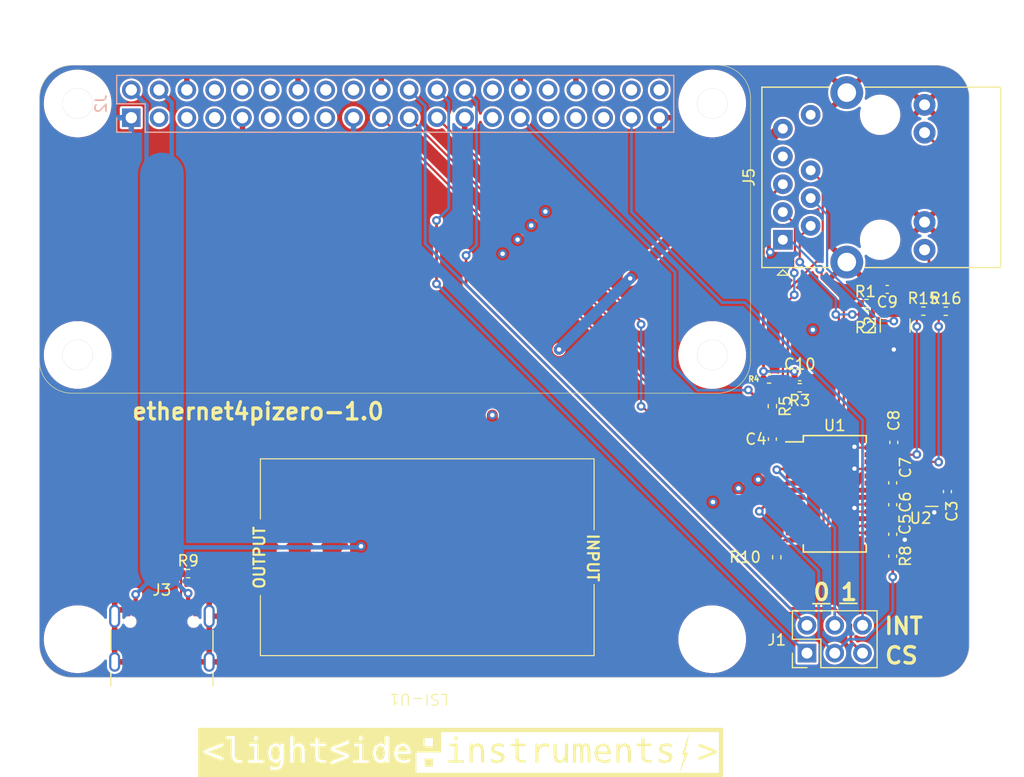
<source format=kicad_pcb>
(kicad_pcb (version 20240108) (generator "pcbnew") (generator_version "8.0")
  (layers (0 "F.Cu" signal) (1 "In1.Cu" power) (2 "In2.Cu" power) (31 "B.Cu" signal) (34 "B.Paste" user) (35 "F.Paste" user) (36 "B.SilkS" user "B.Silkscreen") (37 "F.SilkS" user "F.Silkscreen") (38 "B.Mask" user) (39 "F.Mask" user) (44 "Edge.Cuts" user))
  (net 0 "")
  (net 1 "GND")
  (net 2 "+3.3V")
  (net 3 "+5V")
  (net 4 "Net-(U1-VCAP)")
  (net 24 "/SI")
  (net 25 "/SO")
  (net 26 "/INT")
  (net 27 "/SCK")
  (net 28 "/CS0")
  (net 29 "/CS1")
  (net 32 "Net-(J3-CC1)")
  (net 36 "/CLKOUT")
  (net 37 "/TPIN-")
  (net 38 "/TPIN+")
  (net 39 "/TPOUT-")
  (net 40 "/TPOUT+")
  (net 42 "/LEDB")
  (net 43 "/LEDA")
  (net 45 "/CS")
  (net 46 "/INT0")
  (net 47 "/INT1")
  (net 50 "POE_V+")
  (net 51 "POE_V-")
  (net 54 "Net-(U1-CLKOUT)")
  (net 55 "Net-(U1-RBIAS)")
  (net 59 "Net-(U1-OSC1)")
  (net 60 "Net-(J5-RCT)")
  (net 61 "Net-(J5-Pad13)")
  (net 62 "Net-(J5-TCT)")
  (net 63 "Net-(J5-Pad11)")
  (footprint "ice4pi:mount_hole" (layer "F.Cu") (at 53.5 52.5)
    (property "Reference" "" (hide yes))
    (property "Value" "" (hide yes))
  )
  (footprint "ice4pi:mount_hole" (layer "F.Cu") (at 53.5 101.5)
    (property "Reference" "" (hide yes))
    (property "Value" "" (hide yes))
  )
  (footprint "ice4pi:mount_hole" (layer "F.Cu") (at 111.5 101.5)
    (property "Reference" "" (hide yes))
    (property "Value" "" (hide yes))
  )
  (footprint "ice4pi:lsi-logo-48mm" (layer "F.Cu") (at 88.5 113.5)
    (property "Reference" "svg2mod" (hide yes))
    (property "Value" "G***" (hide yes))
  )
  (footprint "Oscillator:Oscillator_SMD_Abracon_ASDMB-4Pin_2.5x2.0mm" (layer "F.Cu") (at 131 88 90)
    (property "Reference" "U2")
    (property "Value" "DSC1001DE1-025.0000")
  )
  (footprint "Capacitor_SMD:C_0402_1005Metric" (layer "F.Cu") (at 128 89.2 90)
    (property "Reference" "C6")
    (property "Value" "100 nF")
  )
  (footprint "Resistor_SMD:R_0402_1005Metric" (layer "F.Cu") (at 130.800732 71.491962)
    (property "Reference" "R15")
    (property "Value" "1K")
  )
  (footprint "Resistor_SMD:R_0402_1005Metric" (layer "F.Cu") (at 63.6 95.5)
    (property "Reference" "R9")
    (property "Value" "5.1K")
  )
  (footprint "Resistor_SMD:R_0402_1005Metric" (layer "F.Cu") (at 132.849536 71.499999)
    (property "Reference" "R16")
    (property "Value" "1K")
  )
  (footprint "Connector_USB:USB_C_Receptacle_GCT_USB4105-xx-A_16P_TopMnt_Horizontal" (layer "F.Cu") (at 61.2 102.5)
    (property "Reference" "J3")
    (property "Value" "USB_C_Receptacle_USB2.0")
  )
  (footprint "Resistor_SMD:R_0402_1005Metric" (layer "F.Cu") (at 125.6 71.8 180)
    (property "Reference" "R2")
    (property "Value" "50")
  )
  (footprint "Capacitor_SMD:C_0402_1005Metric" (layer "F.Cu") (at 127.5 69.5 180)
    (property "Reference" "C9")
    (property "Value" "100 nF")
  )
  (footprint "Capacitor_SMD:C_0402_1005Metric" (layer "F.Cu") (at 128 93.9 -90)
    (property "Reference" "R8")
    (property "Value" "10K")
  )
  (footprint "Resistor_SMD:R_0402_1005Metric" (layer "F.Cu") (at 117 80.19 -90)
    (property "Reference" "R5")
    (property "Value" "0")
  )
  (footprint "Resistor_SMD:R_0402_1005Metric" (layer "F.Cu") (at 125.6 70.8 180)
    (property "Reference" "R1")
    (property "Value" "50")
  )
  (footprint "Capacitor_SMD:C_0402_1005Metric" (layer "F.Cu") (at 128 91.9 90)
    (property "Reference" "C5")
    (property "Value" "100 nF")
  )
  (footprint "ice4pi:mount_hole" (layer "F.Cu") (at 111.5 75.5)
    (property "Reference" "" (hide yes))
    (property "Value" "" (hide yes))
  )
  (footprint "ice4pi:mount_hole" (layer "F.Cu") (at 111.5 52.5)
    (property "Reference" "" (hide yes))
    (property "Value" "" (hide yes))
  )
  (footprint "Capacitor_SMD:C_0402_1005Metric" (layer "F.Cu") (at 128.1 83.5 90)
    (property "Reference" "C8")
    (property "Value" "100 nF")
  )
  (footprint "Resistor_SMD:R_0402_1005Metric" (layer "F.Cu") (at 117.4 94 -90)
    (property "Reference" "R10")
    (property "Value" "2.32K")
  )
  (footprint "Connector_RJ:RJ45_Abracon_ARJP11A-MA_Horizontal" (layer "F.Cu") (at 117.96 64.965 90)
    (property "Reference" "J5")
    (property "Value" "RJ45_Abracon_ARJP11A-MASA-B-A-EMU2")
  )
  (footprint "Package_SO:SSOP-28_5.3x10.2mm_P0.65mm" (layer "F.Cu") (at 122.7 88.2)
    (property "Reference" "U1")
    (property "Value" "ENC28J60x-SS")
  )
  (footprint "ice4pi:mount_hole" (layer "F.Cu") (at 53.5 75.5)
    (property "Reference" "" (hide yes))
    (property "Value" "" (hide yes))
  )
  (footprint "Capacitor_SMD:C_0402_1005Metric" (layer "F.Cu") (at 133 88 90)
    (property "Reference" "C3")
    (property "Value" "0.01uF")
  )
  (footprint "Capacitor_SMD:C_0402_1005Metric" (layer "F.Cu") (at 119.5 77.5)
    (property "Reference" "C10")
    (property "Value" "100 nF")
  )
  (footprint "Connector_PinHeader_2.54mm:PinHeader_2x03_P2.54mm_Vertical" (layer "F.Cu") (at 120.16 102.77 90)
    (property "Reference" "J1")
    (property "Value" "Conn_02x03")
  )
  (footprint "Capacitor_SMD:C_0402_1005Metric" (layer "F.Cu") (at 128 87.2 -90)
    (property "Reference" "C7")
    (property "Value" "100 nF")
  )
  (footprint "Resistor_SMD:R_0402_1005Metric" (layer "F.Cu") (at 116.7 77.7)
    (property "Reference" "R4")
    (property "Value" "50")
  )
  (footprint "lsi:lsi-powermodule-7" (layer "F.Cu") (at 96.7 100 180)
    (property "Reference" "LSI-U1")
    (property "Value" "lsi-powermodule-7")
  )
  (footprint "Resistor_SMD:R_0402_1005Metric" (layer "F.Cu") (at 119.5 78.5 180)
    (property "Reference" "R3")
    (property "Value" "50")
  )
  (footprint "Capacitor_SMD:C_0402_1005Metric" (layer "F.Cu") (at 117 83.2 90)
    (property "Reference" "C4")
    (property "Value" "10uF")
  )
  (footprint "Inductor_SMD:L_1210_3225Metric" (layer "F.Cu") (at 128.221383 72.807111 90)
    (property "Reference" "L2")
    (property "Value" "L")
  )
  (footprint "ice4pi:PinSocket_2x20_P2.54mm_Vertical_1_04mm" (layer "B.Cu") (at 58.4 53.8 -90)
    (property "Reference" "J2")
    (property "Value" "Raspberry_Pi_2_3")
  )
  (gr_line (start 50 76) (end 50 52) (stroke (width 0.05)) (layer "F.SilkS"))
  (gr_line (start 112 79) (end 53 79) (stroke (width 0.05)) (layer "F.SilkS"))
  (gr_line (start 53 49) (end 112 49) (stroke (width 0.05)) (layer "F.SilkS"))
  (gr_arc (start 50 52) (mid 50.87868 49.87868) (end 53 49) (stroke (width 0.05)) (layer "F.SilkS"))
  (gr_line (start 120.7009 98.2506) (end 122.2503 98.2506) (stroke (width 0.15)) (layer "F.SilkS"))
  (gr_line (start 115 52) (end 115 76) (stroke (width 0.05)) (layer "F.SilkS"))
  (gr_line (start 123.1774 98.2252) (end 124.7268 98.2252) (stroke (width 0.15)) (layer "F.SilkS"))
  (gr_arc (start 115 76) (mid 114.12132 78.12132) (end 112 79) (stroke (width 0.05)) (layer "F.SilkS"))
  (gr_arc (start 53 79) (mid 50.87868 78.12132) (end 50 76) (stroke (width 0.05)) (layer "F.SilkS"))
  (gr_arc (start 112 49) (mid 114.12132 49.87868) (end 115 52) (stroke (width 0.05)) (layer "F.SilkS"))
  (gr_circle (center 111.5 75.5) (end 111.47 76.87) (stroke (width 0.05)) (fill none) (layer "Edge.Cuts"))
  (gr_arc (start 132 49) (mid 134.12132 49.87868) (end 135 52) (stroke (width 0.05)) (layer "Edge.Cuts"))
  (gr_arc (start 135 102) (mid 134.12132 104.12132) (end 132 105) (stroke (width 0.05)) (layer "Edge.Cuts"))
  (gr_arc (start 53 105) (mid 50.87868 104.12132) (end 50 102) (stroke (width 0.05)) (layer "Edge.Cuts"))
  (gr_arc (start 50 52) (mid 50.87868 49.87868) (end 53 49) (stroke (width 0.05)) (layer "Edge.Cuts"))
  (gr_line (start 50 102) (end 50 52) (stroke (width 0.05)) (layer "Edge.Cuts"))
  (gr_line (start 132 105) (end 53 105) (stroke (width 0.05)) (layer "Edge.Cuts"))
  (gr_line (start 135 52) (end 135 102) (stroke (width 0.05)) (layer "Edge.Cuts"))
  (gr_line (start 53 49) (end 132 49) (stroke (width 0.05)) (layer "Edge.Cuts"))
  (gr_circle (center 111.5 52.5) (end 111.47 53.87) (stroke (width 0.05)) (fill none) (layer "Edge.Cuts"))
  (gr_circle (center 53.5 75.5) (end 53.47 76.87) (stroke (width 0.05)) (fill none) (layer "Edge.Cuts"))
  (gr_circle (center 53.5 52.5) (end 53.47 53.87) (stroke (width 0.05)) (fill none) (layer "Edge.Cuts"))
  (gr_text "ethernet4pizero-1.0" (at 69.9898 80.6738 0) (layer "F.SilkS") (effects (font (size 1.5 1.5) (thickness 0.3))))
  (gr_text "0" (at 121.5 97.2 0) (layer "F.SilkS") (effects (font (size 1.5 1.5) (thickness 0.3))))
  (gr_text "CS" (at 128.8 103 0) (layer "F.SilkS") (effects (font (size 1.5 1.5) (thickness 0.3))))
  (gr_text "1" (at 124 97.2 0) (layer "F.SilkS") (effects (font (size 1.5 1.5) (thickness 0.3))))
  (gr_text "INT\n" (at 129 100.3 0) (layer "F.SilkS") (effects (font (size 1.5 1.5) (thickness 0.3))))
  (segment (start 73.8 88) (end 73.8 97.9) (width 2) (layer "F.Cu") (net 1))
  (segment (start 126.3 88.525) (end 127.805 88.525) (width 0.4) (layer "F.Cu") (net 1))
  (segment (start 127.805 88.525) (end 128.1 88.82) (width 0.4) (layer "F.Cu") (net 1))
  (segment (start 131.556431 52.925) (end 130.22 52.925) (width 0.2) (layer "F.Cu") (net 1))
  (via (at 94.958 63.6558) (size 0.8) (drill 0.4) (layers "F.Cu" "B.Cu") (net 1))
  (via (at 113.9 87.7) (size 0.8) (drill 0.4) (layers "F.Cu" "B.Cu") (net 1))
  (via (at 93.7134 64.9512) (size 0.8) (drill 0.4) (layers "F.Cu" "B.Cu") (net 1))
  (via (at 96.2534 62.3858) (size 0.8) (drill 0.4) (layers "F.Cu" "B.Cu") (net 1))
  (via (at 111.5696 88.9542) (size 0.8) (drill 0.4) (layers "F.Cu" "B.Cu") (net 1))
  (via (at 116.8 66.1) (size 0.8) (drill 0.4) (layers "F.Cu" "B.Cu") (net 1))
  (via (at 115.7 86.9) (size 0.8) (drill 0.4) (layers "F.Cu" "B.Cu") (net 1))
  (via (at 120.7 73.2) (size 0.8) (drill 0.4) (layers "F.Cu" "B.Cu") (net 1))
  (via (at 92.3418 66.2466) (size 0.8) (drill 0.4) (layers "F.Cu" "B.Cu") (net 1))
  (segment (start 127.955 92.425) (end 128 92.38) (width 0.25) (layer "F.Cu") (net 2))
  (segment (start 129.92 89.68) (end 130.225 89.375) (width 0.2) (layer "F.Cu") (net 2))
  (segment (start 128.095 83.975) (end 128.1 83.98) (width 0.2) (layer "F.Cu") (net 2))
  (segment (start 131.775 89.875) (end 131.8 89.9) (width 0.2) (layer "F.Cu") (net 2))
  (segment (start 124.825 89.175) (end 124.5 89.5) (width 0.2) (layer "F.Cu") (net 2))
  (segment (start 124.525 85.925) (end 124.5 85.9) (width 0.2) (layer "F.Cu") (net 2))
  (segment (start 126.3 89.175) (end 124.825 89.175) (width 0.2) (layer "F.Cu") (net 2))
  (segment (start 126.3 85.925) (end 127.205 85.925) (width 0.2) (layer "F.Cu") (net 2))
  (segment (start 129.08 92.38) (end 129.1 92.4) (width 0.25) (layer "F.Cu") (net 2))
  (segment (start 132.12 88.48) (end 131.775 88.825) (width 0.2) (layer "F.Cu") (net 2))
  (segment (start 124.9 89.8) (end 124.925 89.825) (width 0.2) (layer "F.Cu") (net 2))
  (segment (start 127.205 85.925) (end 128 86.72) (width 0.2) (layer "F.Cu") (net 2))
  (segment (start 124.575 83.975) (end 124.5 83.9) (width 0.2) (layer "F.Cu") (net 2))
  (segment (start 128.1 89.78) (end 127.495 89.175) (width 0.2) (layer "F.Cu") (net 2))
  (segment (start 124.925 89.825) (end 126.3 89.825) (width 0.2) (layer "F.Cu") (net 2))
  (segment (start 126.3 83.975) (end 128.095 83.975) (width 0.2) (layer "F.Cu") (net 2))
  (segment (start 130.225 89.375) (end 130.225 88.825) (width 0.2) (layer "F.Cu") (net 2))
  (segment (start 131.775 88.825) (end 131.775 89.875) (width 0.2) (layer "F.Cu") (net 2))
  (segment (start 127.495 89.175) (end 126.3 89.175) (width 0.2) (layer "F.Cu") (net 2))
  (segment (start 131.775 88.825) (end 130.225 88.825) (width 0.2) (layer "F.Cu") (net 2))
  (segment (start 128.1 74) (end 128.1 75) (width 0.2) (layer "F.Cu") (net 2))
  (segment (start 128 92.38) (end 129.08 92.38) (width 0.25) (layer "F.Cu") (net 2))
  (segment (start 126.3 85.925) (end 124.525 85.925) (width 0.2) (layer "F.Cu") (net 2))
  (segment (start 126.3 83.975) (end 124.575 83.975) (width 0.2) (layer "F.Cu") (net 2))
  (segment (start 124.5 89.5) (end 124.8 89.8) (width 0.2) (layer "F.Cu") (net 2))
  (segment (start 126.3 92.425) (end 127.955 92.425) (width 0.25) (layer "F.Cu") (net 2))
  (segment (start 128.1 89.78) (end 126.345 89.78) (width 0.2) (layer "F.Cu") (net 2))
  (segment (start 124.8 89.8) (end 124.9 89.8) (width 0.2) (layer "F.Cu") (net 2))
  (segment (start 133 88.48) (end 132.12 88.48) (width 0.2) (layer "F.Cu") (net 2))
  (segment (start 128 93.42) (end 128 92.38) (width 0.25) (layer "F.Cu") (net 2))
  (segment (start 128 89.68) (end 129.92 89.68) (width 0.2) (layer "F.Cu") (net 2))
  (segment (start 126.345 89.78) (end 126.3 89.825) (width 0.2) (layer "F.Cu") (net 2))
  (via (at 129.1 92.4) (size 0.8) (drill 0.4) (layers "F.Cu" "B.Cu") (net 2))
  (via (at 124.5 85.9) (size 0.8) (drill 0.4) (layers "F.Cu" "B.Cu") (net 2))
  (via (at 124.5 89.5) (size 0.8) (drill 0.4) (layers "F.Cu" "B.Cu") (net 2))
  (via (at 124.5 83.9) (size 0.8) (drill 0.4) (layers "F.Cu" "B.Cu") (net 2))
  (via (at 131.8 89.9) (size 0.8) (drill 0.4) (layers "F.Cu" "B.Cu") (net 2))
  (via (at 128.1 75) (size 0.8) (drill 0.4) (layers "F.Cu" "B.Cu") (net 2))
  (segment (start 79.4 93) (end 79.4 88) (width 2) (layer "F.Cu") (net 3))
  (segment (start 79.4 98) (end 79.4 93) (width 2) (layer "F.Cu") (net 3))
  (segment (start 58.8 98.82) (end 58.8 97.4) (width 0.4) (layer "F.Cu") (net 3))
  (segment (start 63.6 98.82) (end 63.6 97.3) (width 0.4) (layer "F.Cu") (net 3))
  (via (at 79.4 93) (size 0.8) (drill 0.4) (layers "F.Cu" "B.Cu") (net 3))
  (via (at 63.6 97.3) (size 0.8) (drill 0.4) (layers "F.Cu" "B.Cu") (net 3))
  (via (at 58.8 97.4) (size 0.8) (drill 0.4) (layers "F.Cu" "B.Cu") (net 3))
  (segment (start 61.2 95) (end 61.2 59) (width 4) (layer "B.Cu") (net 3))
  (segment (start 59.790489 52.650489) (end 59.790489 58.590489) (width 0.4) (layer "B.Cu") (net 3))
  (segment (start 58.8 97.4) (end 61.2 95) (width 0.4) (layer "B.Cu") (net 3))
  (segment (start 79.3 93.1) (end 79.4 93) (width 0.4) (layer "B.Cu") (net 3))
  (segment (start 61.2 95) (end 63.1 93.1) (width 0.4) (layer "B.Cu") (net 3))
  (segment (start 63.5 97.3) (end 61.2 95) (width 0.4) (layer "B.Cu") (net 3))
  (segment (start 63.1 93.1) (end 79.3 93.1) (width 0.4) (layer "B.Cu") (net 3))
  (segment (start 62.089511 59.110489) (end 61.2 60) (width 0.4) (layer "B.Cu") (net 3))
  (segment (start 60.94 51.26) (end 62.089511 52.409511) (width 0.4) (layer "B.Cu") (net 3))
  (segment (start 62.089511 52.409511) (end 62.089511 59.110489) (width 0.4) (layer "B.Cu") (net 3))
  (segment (start 63.6 97.3) (end 63.5 97.3) (width 0.4) (layer "B.Cu") (net 3))
  (segment (start 58.4 51.26) (end 59.790489 52.650489) (width 0.4) (layer "B.Cu") (net 3))
  (segment (start 59.790489 58.590489) (end 61.2 60) (width 0.4) (layer "B.Cu") (net 3))
  (segment (start 117.355 83.975) (end 117 83.62) (width 0.2) (layer "F.Cu") (net 4))
  (segment (start 119.1 83.975) (end 117.355 83.975) (width 0.2) (layer "F.Cu") (net 4))
  (segment (start 115.335 87.875) (end 81.26 53.8) (width 0.2) (layer "F.Cu") (net 24))
  (segment (start 119.1 87.875) (end 115.335 87.875) (width 0.2) (layer "F.Cu") (net 24))
  (segment (start 119.1 87.225) (end 117.225 87.225) (width 0.2) (layer "F.Cu") (net 25))
  (segment (start 117.225 87.225) (end 83.8 53.8) (width 0.2) (layer "F.Cu") (net 25))
  (segment (start 119.1 85.925) (end 117.475 85.925) (width 0.25) (layer "F.Cu") (net 26))
  (segment (start 117.475 85.925) (end 117.4 86) (width 0.25) (layer "F.Cu") (net 26))
  (via (at 117.4 86) (size 0.8) (drill 0.4) (layers "F.Cu" "B.Cu") (net 26))
  (segment (start 117.4 86) (end 122.7 91.3) (width 0.25) (layer "B.Cu") (net 26))
  (segment (start 122.7 91.3) (end 122.7 100.23) (width 0.25) (layer "B.Cu") (net 26))
  (segment (start 105 72.7) (end 105 72.46) (width 0.2) (layer "F.Cu") (net 27))
  (segment (start 119.1 88.525) (end 113.425 88.525) (width 0.2) (layer "F.Cu") (net 27))
  (segment (start 105.1 80.2) (end 105 80.2) (width 0.2) (layer "F.Cu") (net 27))
  (segment (start 105 72.46) (end 86.34 53.8) (width 0.2) (layer "F.Cu") (net 27))
  (segment (start 113.425 88.525) (end 105.1 80.2) (width 0.2) (layer "F.Cu") (net 27))
  (via (at 105 72.7) (size 0.8) (drill 0.4) (layers "F.Cu" "B.Cu") (net 27))
  (via (at 105 80.2) (size 0.8) (drill 0.4) (layers "F.Cu" "B.Cu") (net 27))
  (segment (start 105 80.2) (end 105 72.7) (width 0.2) (layer "B.Cu") (net 27))
  (segment (start 86.3 63.2) (end 86.3 69) (width 0.25) (layer "F.Cu") (net 28))
  (via (at 86.3 63.2) (size 0.8) (drill 0.4) (layers "F.Cu" "B.Cu") (net 28))
  (via (at 86.3 69) (size 0.8) (drill 0.4) (layers "F.Cu" "B.Cu") (net 28))
  (segment (start 86.3 63.2) (end 87.414511 62.085489) (width 0.25) (layer "B.Cu") (net 28))
  (segment (start 120.07 102.77) (end 86.3 69) (width 0.25) (layer "B.Cu") (net 28))
  (segment (start 87.414511 62.085489) (end 87.414511 52.334511) (width 0.25) (layer "B.Cu") (net 28))
  (segment (start 87.414511 52.334511) (end 86.34 51.26) (width 0.25) (layer "B.Cu") (net 28))
  (segment (start 120.16 102.77) (end 120.07 102.77) (width 0.25) (layer "B.Cu") (net 28))
  (segment (start 118.6308 98.6824) (end 89 69.0516) (width 0.25) (layer "F.Cu") (net 29))
  (segment (start 122.671989 98.6824) (end 118.6308 98.6824) (width 0.25) (layer "F.Cu") (net 29))
  (segment (start 124.165489 101.695489) (end 124.165489 100.1759) (width 0.25) (layer "F.Cu") (net 29))
  (segment (start 124.165489 100.1759) (end 122.671989 98.6824) (width 0.25) (layer "F.Cu") (net 29))
  (segment (start 125.24 102.77) (end 124.165489 101.695489) (width 0.25) (layer "F.Cu") (net 29))
  (segment (start 89 69.0516) (end 89 66.4) (width 0.25) (layer "F.Cu") (net 29))
  (via (at 89 66.4) (size 0.8) (drill 0.4) (layers "F.Cu" "B.Cu") (net 29))
  (segment (start 89.954511 52.334511) (end 88.88 51.26) (width 0.25) (layer "B.Cu") (net 29))
  (segment (start 89 66.4) (end 89.954511 65.445489) (width 0.25) (layer "B.Cu") (net 29))
  (segment (start 89.954511 65.445489) (end 89.954511 52.334511) (width 0.25) (layer "B.Cu") (net 29))
  (segment (start 62.95 98.82) (end 62.95 95.64) (width 0.2) (layer "F.Cu") (net 32))
  (segment (start 62.95 95.64) (end 63.09 95.5) (width 0.2) (layer "F.Cu") (net 32))
  (segment (start 115.78 79.68) (end 114.8 78.7) (width 0.25) (layer "F.Cu") (net 36))
  (segment (start 117 79.68) (end 115.78 79.68) (width 0.25) (layer "F.Cu") (net 36))
  (via (at 114.8 78.7) (size 0.8) (drill 0.4) (layers "F.Cu" "B.Cu") (net 36))
  (segment (start 110.164359 78.724521) (end 108.0898 76.649962) (width 0.25) (layer "B.Cu") (net 36))
  (segment (start 114.775479 78.724521) (end 110.164359 78.724521) (width 0.25) (layer "B.Cu") (net 36))
  (segment (start 108.0898 76.649962) (end 108.0898 67.9298) (width 0.25) (layer "B.Cu") (net 36))
  (segment (start 114.8 78.7) (end 114.775479 78.724521) (width 0.25) (layer "B.Cu") (net 36))
  (segment (start 108.0898 67.9298) (end 93.96 53.8) (width 0.25) (layer "B.Cu") (net 36))
  (segment (start 121.675 90.8068) (end 121.675 82.175) (width 0.2) (layer "F.Cu") (net 37))
  (segment (start 119.75 91.125) (end 119.85 91.225) (width 0.2) (layer "F.Cu") (net 37))
  (segment (start 117.96 77.76) (end 117.96 70.04) (width 0.2) (layer "F.Cu") (net 37))
  (segment (start 120.412501 91.125) (end 120.512501 91.225) (width 0.2) (layer "F.Cu") (net 37))
  (segment (start 121.6 59.715) (end 120.5 58.615) (width 0.2) (layer "F.Cu") (net 37))
  (segment (start 117.96 70.04) (end 121.6 66.4) (width 0.2) (layer "F.Cu") (net 37))
  (segment (start 117.9 77.7) (end 117.21 77.7) (width 0.2) (layer "F.Cu") (net 37))
  (segment (start 117.96 78.46) (end 117.96 77.76) (width 0.2) (layer "F.Cu") (net 37))
  (segment (start 119.1 91.125) (end 120.412501 91.125) (width 0.2) (layer "F.Cu") (net 37))
  (segment (start 121.675 82.175) (end 117.96 78.46) (width 0.2) (layer "F.Cu") (net 37))
  (segment (start 117.9 77.7) (end 117.96 77.76) (width 0.2) (layer "F.Cu") (net 37))
  (segment (start 121.2568 91.225) (end 121.675 90.8068) (width 0.2) (layer "F.Cu") (net 37))
  (segment (start 121.6 66.4) (end 121.6 59.715) (width 0.2) (layer "F.Cu") (net 37))
  (segment (start 120.512501 91.225) (end 121.2568 91.225) (width 0.2) (layer "F.Cu") (net 37))
  (segment (start 119.06 66.065) (end 119.06 63.525) (width 0.2) (layer "F.Cu") (net 38))
  (segment (start 118.9 66.225) (end 119.06 66.065) (width 0.2) (layer "F.Cu") (net 38))
  (segment (start 120.412501 91.775) (end 120.512501 91.675) (width 0.2) (layer "F.Cu") (net 38))
  (segment (start 118.9 67.9) (end 118.9 66.225) (width 0.2) (layer "F.Cu") (net 38))
  (segment (start 118.410001 77.891801) (end 118.410001 77.689999) (width 0.2) (layer "F.Cu") (net 38))
  (segment (start 120.512501 91.675) (end 121.4432 91.675) (width 0.2) (layer "F.Cu") (net 38))
  (segment (start 119 68) (end 118.9 67.9) (width 0.2) (layer "F.Cu") (net 38))
  (segment (start 122.125 90.9932) (end 122.125 81.6068) (width 0.2) (layer "F.Cu") (net 38))
  (segment (start 122.125 81.6068) (end 118.410001 77.891801) (width 0.2) (layer "F.Cu") (net 38))
  (segment (start 119.1 91.775) (end 120.412501 91.775) (width 0.2) (layer "F.Cu") (net 38))
  (segment (start 119 70) (end 118.410001 70.589999) (width 0.2) (layer "F.Cu") (net 38))
  (segment (start 121.4432 91.675) (end 122.125 90.9932) (width 0.2) (layer "F.Cu") (net 38))
  (segment (start 118.410001 70.589999) (end 118.410001 77.689999) (width 0.2) (layer "F.Cu") (net 38))
  (segment (start 119.75 91.775) (end 119.85 91.675) (width 0.2) (layer "F.Cu") (net 38))
  (segment (start 119.06 63.525) (end 117.96 62.425) (width 0.2) (layer "F.Cu") (net 38))
  (via (at 119 70) (size 0.8) (drill 0.4) (layers "F.Cu" "B.Cu") (net 38))
  (via (at 119 68) (size 0.8) (drill 0.4) (layers "F.Cu" "B.Cu") (net 38))
  (segment (start 119 70) (end 119 68) (width 0.2) (layer "B.Cu") (net 38))
  (segment (start 125.09 71.8) (end 124.3 71.8) (width 0.2) (layer "F.Cu") (net 39))
  (segment (start 119.5 64.695) (end 119.5 67) (width 0.2) (layer "F.Cu") (net 39))
  (segment (start 123.98762 91.675) (end 123.075 90.76238) (width 0.2) (layer "F.Cu") (net 39))
  (segment (start 123.075 72.075) (end 122.8 71.8) (width 0.2) (layer "F.Cu") (net 39))
  (segment (start 120.5 63.695) (end 119.5 64.695) (width 0.2) (layer "F.Cu") (net 39))
  (segment (start 124.887499 91.675) (end 123.98762 91.675) (width 0.2) (layer "F.Cu") (net 39))
  (segment (start 120.110001 64.084999) (end 120.5 63.695) (width 0.2) (layer "F.Cu") (net 39))
  (segment (start 124.987499 91.775) (end 124.887499 91.675) (width 0.2) (layer "F.Cu") (net 39))
  (segment (start 123.075 90.76238) (end 123.075 72.075) (width 0.2) (layer "F.Cu") (net 39))
  (segment (start 126.3 91.775) (end 124.987499 91.775) (width 0.2) (layer "F.Cu") (net 39))
  (via (at 119.5 67) (size 0.8) (drill 0.4) (layers "F.Cu" "B.Cu") (net 39))
  (via (at 122.8 71.8) (size 0.8) (drill 0.4) (layers "F.Cu" "B.Cu") (net 39))
  (via (at 124.3 71.8) (size 0.8) (drill 0.4) (layers "F.Cu" "B.Cu") (net 39))
  (segment (start 124.3 71.8) (end 122.8 71.8) (width 0.2) (layer "B.Cu") (net 39))
  (segment (start 122.8 71.8) (end 122.8 70.3) (width 0.2) (layer "B.Cu") (net 39))
  (segment (start 122.8 70.3) (end 119.5 67) (width 0.2) (layer "B.Cu") (net 39))
  (segment (start 123.525 90.57598) (end 123.525 70.8068) (width 0.2) (layer "F.Cu") (net 40))
  (segment (start 123.525 70.525) (end 121.5 68.5) (width 0.2) (layer "F.Cu") (net 40))
  (segment (start 124.987499 91.125) (end 124.887499 91.225) (width 0.2) (layer "F.Cu") (net 40))
  (segment (start 121.5 67.842552) (end 121.328724 67.671276) (width 0.2) (layer "F.Cu") (net 40))
  (segment (start 125.55 91.225) (end 125.65 91.125) (width 0.2) (layer "F.Cu") (net 40))
  (segment (start 124.887499 91.225) (end 124.17402 91.225) (width 0.2) (layer "F.Cu") (net 40))
  (segment (start 124.17402 91.225) (end 123.525 90.57598) (width 0.2) (layer "F.Cu") (net 40))
  (segment (start 126.3 91.125) (end 124.987499 91.125) (width 0.2) (layer "F.Cu") (net 40))
  (segment (start 121.5 68.5) (end 121.5 67.842552) (width 0.2) (layer "F.Cu") (net 40))
  (segment (start 125.09 70.8) (end 123.5318 70.8) (width 0.2) (layer "F.Cu") (net 40))
  (segment (start 123.525 70.8068) (end 123.525 70.525) (width 0.2) (layer "F.Cu") (net 40))
  (segment (start 123.5318 70.8) (end 123.525 70.8068) (width 0.2) (layer "F.Cu") (net 40))
  (via (at 121.328724 67.671276) (size 0.8) (drill 0.4) (layers "F.Cu" "B.Cu") (net 40))
  (segment (start 118.622448 64.965) (end 117.96 64.965) (width 0.2) (layer "B.Cu") (net 40))
  (segment (start 121.328724 67.671276) (end 118.622448 64.965) (width 0.2) (layer "B.Cu") (net 40))
  (segment (start 132.175 85.275) (end 132.2 85.3) (width 0.2) (layer "F.Cu") (net 42))
  (segment (start 132.2 72.9) (end 132.2 71.41) (width 0.2) (layer "F.Cu") (net 42))
  (segment (start 126.3 85.275) (end 132.175 85.275) (width 0.2) (layer "F.Cu") (net 42))
  (via (at 132.2 85.3) (size 0.8) (drill 0.4) (layers "F.Cu" "B.Cu") (net 42))
  (via (at 132.2 72.9) (size 0.8) (drill 0.4) (layers "F.Cu" "B.Cu") (net 42))
  (segment (start 132.2 85.3) (end 132.2 72.9) (width 0.2) (layer "B.Cu") (net 42))
  (segment (start 130.2 72.9) (end 130.2 71.41) (width 0.2) (layer "F.Cu") (net 43))
  (segment (start 126.3 84.625) (end 130.175 84.625) (width 0.2) (layer "F.Cu") (net 43))
  (segment (start 130.175 84.625) (end 130.2 84.6) (width 0.2) (layer "F.Cu") (net 43))
  (via (at 130.2 72.9) (size 0.8) (drill 0.4) (layers "F.Cu" "B.Cu") (net 43))
  (via (at 130.2 84.6) (size 0.8) (drill 0.4) (layers "F.Cu" "B.Cu") (net 43))
  (segment (start 130.2 84.6) (end 130.2 72.9) (width 0.2) (layer "B.Cu") (net 43))
  (segment (start 116.425 89.175) (end 115.8 89.8) (width 0.25) (layer "F.Cu") (net 45))
  (segment (start 119.1 89.175) (end 116.425 89.175) (width 0.25) (layer "F.Cu") (net 45))
  (segment (start 128 94.38) (end 128 95.8) (width 0.25) (layer "F.Cu") (net 45))
  (via (at 115.8 89.8) (size 0.8) (drill 0.4) (layers "F.Cu" "B.Cu") (net 45))
  (via (at 128 95.8) (size 0.8) (drill 0.4) (layers "F.Cu" "B.Cu") (net 45))
  (segment (start 121.234511 95.234511) (end 121.234511 101.304511) (width 0.25) (layer "B.Cu") (net 45))
  (segment (start 128 95.8) (end 128 98.989589) (width 0.25) (layer "B.Cu") (net 45))
  (segment (start 128 98.989589) (end 125.489589 101.5) (width 0.25) (layer "B.Cu") (net 45))
  (segment (start 115.8 89.8) (end 121.234511 95.234511) (width 0.25) (layer "B.Cu") (net 45))
  (segment (start 121.234511 101.304511) (end 122.7 102.77) (width 0.25) (layer "B.Cu") (net 45))
  (segment (start 123.97 101.5) (end 122.7 102.77) (width 0.25) (layer "B.Cu") (net 45))
  (segment (start 125.489589 101.5) (end 123.97 101.5) (width 0.25) (layer "B.Cu") (net 45))
  (segment (start 85.265489 65.335489) (end 85.265489 52.725489) (width 0.25) (layer "B.Cu") (net 46))
  (segment (start 120.16 100.23) (end 85.265489 65.335489) (width 0.25) (layer "B.Cu") (net 46))
  (segment (start 85.265489 52.725489) (end 83.8 51.26) (width 0.25) (layer "B.Cu") (net 46))
  (segment (start 114.483193 70.7) (end 112.4 70.7) (width 0.25) (layer "B.Cu") (net 47))
  (segment (start 125.24 100.23) (end 125.24 81.456807) (width 0.25) (layer "B.Cu") (net 47))
  (segment (start 125.24 81.456807) (end 114.483193 70.7) (width 0.25) (layer "B.Cu") (net 47))
  (segment (start 112.4 70.7) (end 104.12 62.42) (width 0.25) (layer "B.Cu") (net 47))
  (segment (start 104.12 62.42) (end 104.12 53.8) (width 0.25) (layer "B.Cu") (net 47))
  (segment (start 117.695 54.805) (end 117.96 54.805) (width 1) (layer "F.Cu") (net 50))
  (segment (start 104 68.5) (end 117.695 54.805) (width 1) (layer "F.Cu") (net 50))
  (segment (start 91.4 81) (end 91.4 88) (width 1) (layer "F.Cu") (net 50))
  (segment (start 91.4 98) (end 91.4 88) (width 2) (layer "F.Cu") (net 50))
  (via (at 91.4 81) (size 0.8) (drill 0.4) (layers "F.Cu" "B.Cu") (net 50))
  (via (at 97.5 75) (size 0.8) (drill 0.4) (layers "F.Cu" "B.Cu") (net 50))
  (via (at 104 68.5) (size 0.8) (drill 0.4) (layers "F.Cu" "B.Cu") (net 50))
  (segment (start 97.5 75) (end 104 68.5) (width 1) (layer "B.Cu") (net 50))
  (segment (start 97 98) (end 97 88) (width 2) (layer "F.Cu") (net 51))
  (segment (start 116.3 84.7) (end 115.7 84.1) (width 0.25) (layer "F.Cu") (net 54))
  (segment (start 115.7 84.1) (end 115.7 81.5) (width 0.25) (layer "F.Cu") (net 54))
  (segment (start 116.5 80.7) (end 117 80.7) (width 0.25) (layer "F.Cu") (net 54))
  (segment (start 115.7 81.5) (end 116.5 80.7) (width 0.25) (layer "F.Cu") (net 54))
  (segment (start 119.1 85.275) (end 117.769491 85.275) (width 0.25) (layer "F.Cu") (net 54))
  (segment (start 117.194491 84.7) (end 116.3 84.7) (width 0.25) (layer "F.Cu") (net 54))
  (segment (start 117.769491 85.275) (end 117.194491 84.7) (width 0.25) (layer "F.Cu") (net 54))
  (segment (start 117.4 93.1) (end 117.4 93.49) (width 0.2) (layer "F.Cu") (net 55))
  (segment (start 118.075 92.425) (end 117.4 93.1) (width 0.2) (layer "F.Cu") (net 55))
  (segment (start 119.1 92.425) (end 118.075 92.425) (width 0.2) (layer "F.Cu") (net 55))
  (segment (start 130.20048 87.19952) (end 126.32548 87.19952) (width 0.2) (layer "F.Cu") (net 59))
  (segment (start 130.225 87.175) (end 130.20048 87.19952) (width 0.2) (layer "F.Cu") (net 59))
  (segment (start 126.32548 87.19952) (end 126.3 87.225) (width 0.2) (layer "F.Cu") (net 59))
  (segment (start 119.02 77.5) (end 119.02 77.009999) (width 0.25) (layer "F.Cu") (net 60))
  (segment (start 119.02 77.009999) (end 119.010001 77) (width 0.25) (layer "F.Cu") (net 60))
  (segment (start 116.19 74.19) (end 116.19 77) (width 0.25) (layer "F.Cu") (net 60))
  (segment (start 117.96 59.885) (end 116.175 61.67) (width 0.25) (layer "F.Cu") (net 60))
  (segment (start 120.01 78.5) (end 120.01 78.49) (width 0.25) (layer "F.Cu") (net 60))
  (segment (start 120.01 78.49) (end 119.02 77.5) (width 0.25) (layer "F.Cu") (net 60))
  (segment (start 116.19 77) (end 116.19 77.7) (width 0.25) (layer "F.Cu") (net 60))
  (segment (start 116.175 74.175) (end 116.19 74.19) (width 0.25) (layer "F.Cu") (net 60))
  (segment (start 116.175 61.67) (end 116.175 74.175) (width 0.25) (layer "F.Cu") (net 60))
  (via (at 119.010001 77) (size 0.8) (drill 0.4) (layers "F.Cu" "B.Cu") (net 60))
  (via (at 116.19 77) (size 0.8) (drill 0.4) (layers "F.Cu" "B.Cu") (net 60))
  (segment (start 119.010001 77) (end 116.19 77) (width 0.25) (layer "B.Cu") (net 60))
  (segment (start 133.359536 57.614536) (end 130.91 55.165) (width 0.25) (layer "F.Cu") (net 61))
  (segment (start 133.359536 71.499999) (end 133.359536 57.614536) (width 0.25) (layer "F.Cu") (net 61))
  (segment (start 128.1 69.82) (end 128.08 69.8) (width 0.2) (layer "F.Cu") (net 62))
  (segment (start 128.1 71.2) (end 128.1 69.82) (width 0.2) (layer "F.Cu") (net 62))
  (segment (start 128.1 71.2) (end 128.1 72.4) (width 0.2) (layer "F.Cu") (net 62))
  (segment (start 126.22 71.2) (end 126.11 71.31) (width 0.2) (layer "F.Cu") (net 62))
  (segment (start 128.1 71.2) (end 126.22 71.2) (width 0.2) (layer "F.Cu") (net 62))
  (segment (start 126.11 71.31) (end 126.11 70.8) (width 0.2) (layer "F.Cu") (net 62))
  (segment (start 126.11 71.8) (end 126.11 71.31) (width 0.2) (layer "F.Cu") (net 62))
  (via (at 128.1 72.4) (size 0.8) (drill 0.4) (layers "F.Cu" "B.Cu") (net 62))
  (segment (start 126.790836 72.4) (end 122 67.609164) (width 0.2) (layer "B.Cu") (net 62))
  (segment (start 122 67.609164) (end 122 62.655) (width 0.2) (layer "B.Cu") (net 62))
  (segment (start 122 62.655) (end 120.5 61.155) (width 0.2) (layer "B.Cu") (net 62))
  (segment (start 128.1 72.4) (end 126.790836 72.4) (width 0.2) (layer "B.Cu") (net 62))
  (segment (start 131.310732 66.285732) (end 130.91 65.885) (width 0.25) (layer "F.Cu") (net 63))
  (segment (start 131.310732 71.491962) (end 131.310732 66.285732) (width 0.25) (layer "F.Cu") (net 63))
  (zone (net 1) (net_name "GND") (layer "F.Cu") (connect_pads (clearance 0.2)) (min_thickness 0.254) (fill yes (thermal_gap 0.508) (thermal_bridge_width 0.508))
    (polygon (pts (xy 46.88 48) (xy 137.05 48) (xy 137.05 106.5) (xy 46.88 106.5)))
  )
  (zone (net 2) (net_name "+3.3V") (layer "B.Cu") (connect_pads (clearance 0.2)) (min_thickness 0.254) (fill yes (thermal_gap 0.508) (thermal_bridge_width 0.508))
    (polygon (pts (xy 46.4 48) (xy 136.57 48) (xy 136.57 106.5) (xy 46.4 106.5)))
  )
)
</source>
